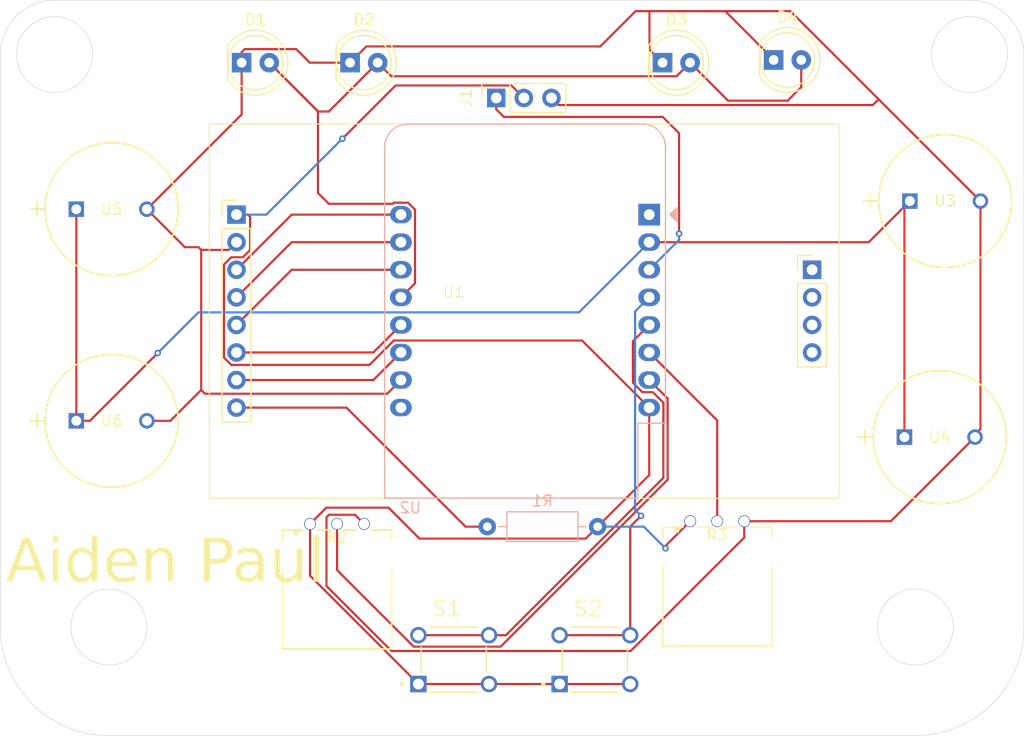
<source format=kicad_pcb>
(kicad_pcb (version 20240108) (generator "pcbnew") (generator_version "8.0")
  (layers (0 "F.Cu" signal) (31 "B.Cu" signal) (34 "B.Paste" user) (35 "F.Paste" user) (36 "B.SilkS" user "B.Silkscreen") (37 "F.SilkS" user "F.Silkscreen") (38 "B.Mask" user) (39 "F.Mask" user) (44 "Edge.Cuts" user))
  (net 0 "")
  (net 1 "Net-(U1-LCD_MOSI)")
  (net 2 "Net-(U1-3V3)")
  (net 5 "GND")
  (net 6 "Net-(U1-LCD_SCK)")
  (net 10 "Net-(U2-MISO{slash}IO2)")
  (net 12 "Net-(U2-IO8)")
  (net 13 "Net-(U2-IO3)")
  (net 14 "Net-(U1-LED)")
  (net 15 "Net-(U1-D{slash}C)")
  (net 16 "Net-(U1-EN)")
  (net 17 "Net-(U1-LCD_CS)")
  (net 18 "Net-(U2-IO1)")
  (net 19 "Net-(U2-IO0)")
  (net 20 "Net-(U2-IO5)")
  (net 21 "Net-(U2-IO4)")
  (footprint "LED_THT:LED_D5.0mm" (layer "F.Cu") (at 87.225 88.25)
    (property "Reference" "D1" (at 1.27 -3.96 0) (layer "F.SilkS"))
    (property "Value" "LED")
    (fp_line (start -1.29 -1.545) (end -1.29 1.545) (stroke (width 0.12)) (layer "F.SilkS"))
    (fp_arc (start -1.29 -1.54483) (mid 2.072002 -2.880433) (end 4.26 0.000462) (stroke (width 0.12)) (layer "F.SilkS"))
    (fp_arc (start 4.26 -0.000462) (mid 2.072002 2.880433) (end -1.29 1.54483) (stroke (width 0.12)) (layer "F.SilkS"))
    (fp_circle (center 1.27 0) (end 3.77 0) (stroke (width 0.12)) (fill none) (layer "F.SilkS"))
    (pad "1" thru_hole rect (at 0 0) (size 1.8 1.8) (drill 0.9) (layers "*.Cu" "*.Mask") (net 5 "GND"))
    (pad "2" thru_hole circle (at 2.54 0) (size 1.8 1.8) (drill 0.9) (layers "*.Cu" "*.Mask") (net 12 "Net-(U2-IO8)"))
  )
  (footprint "Connector_PinSocket_2.54mm:PinSocket_1x03_P2.54mm_Vertical" (layer "F.Cu") (at 110.67 91.5 90)
    (property "Reference" "J1" (at 0 -2.77 90) (layer "F.SilkS"))
    (property "Value" "PINHD_1x3_Female")
    (fp_line (start 1.33 -1.33) (end 1.33 0) (stroke (width 0.12)) (layer "F.SilkS"))
    (fp_line (start 0 -1.33) (end 1.33 -1.33) (stroke (width 0.12)) (layer "F.SilkS"))
    (fp_line (start 1.33 1.27) (end 1.33 6.41) (stroke (width 0.12)) (layer "F.SilkS"))
    (fp_line (start -1.33 1.27) (end 1.33 1.27) (stroke (width 0.12)) (layer "F.SilkS"))
    (fp_line (start -1.33 1.27) (end -1.33 6.41) (stroke (width 0.12)) (layer "F.SilkS"))
    (fp_line (start -1.33 6.41) (end 1.33 6.41) (stroke (width 0.12)) (layer "F.SilkS"))
    (pad "1" thru_hole rect (at 0 0 90) (size 1.7 1.7) (drill 1) (layers "*.Cu" "*.Mask") (net 10 "Net-(U2-MISO{slash}IO2)"))
    (pad "2" thru_hole oval (at 0 2.54 90) (size 1.7 1.7) (drill 1) (layers "*.Cu" "*.Mask") (net 2 "Net-(U1-3V3)"))
    (pad "3" thru_hole oval (at 0 5.08 90) (size 1.7 1.7) (drill 1) (layers "*.Cu" "*.Mask") (net 5 "GND"))
  )
  (footprint "LED_THT:LED_D5.0mm" (layer "F.Cu") (at 97.21 88.25)
    (property "Reference" "D2" (at 1.27 -3.96 0) (layer "F.SilkS"))
    (property "Value" "LED")
    (fp_line (start -1.29 -1.545) (end -1.29 1.545) (stroke (width 0.12)) (layer "F.SilkS"))
    (fp_arc (start -1.29 -1.54483) (mid 2.072002 -2.880433) (end 4.26 0.000462) (stroke (width 0.12)) (layer "F.SilkS"))
    (fp_arc (start 4.26 -0.000462) (mid 2.072002 2.880433) (end -1.29 1.54483) (stroke (width 0.12)) (layer "F.SilkS"))
    (fp_circle (center 1.27 0) (end 3.77 0) (stroke (width 0.12)) (fill none) (layer "F.SilkS"))
    (pad "1" thru_hole rect (at 0 0) (size 1.8 1.8) (drill 0.9) (layers "*.Cu" "*.Mask") (net 5 "GND"))
    (pad "2" thru_hole circle (at 2.54 0) (size 1.8 1.8) (drill 0.9) (layers "*.Cu" "*.Mask") (net 12 "Net-(U2-IO8)"))
  )
  (footprint "asylum-button:SW_TL1105DF160Q" (layer "F.Cu") (at 119.75 143.25)
    (property "Reference" "S2" (at -0.635 -4.699 0) (layer "F.SilkS") (effects (font (size 1.4 1.4))))
    (property "Value" "TL1105DF160Q" (hide yes))
    (fp_line (start -3 -1.1825) (end -3 1.1825) (stroke (width 0.127)) (layer "F.SilkS"))
    (fp_line (start -2.1825 -3) (end 2.1825 -3) (stroke (width 0.127)) (layer "F.SilkS"))
    (fp_line (start -2.1825 3) (end 2.1825 3) (stroke (width 0.127)) (layer "F.SilkS"))
    (fp_line (start 3 -1.1825) (end 3 1.1825) (stroke (width 0.127)) (layer "F.SilkS"))
    (fp_circle (center -4.75 2.25) (end -4.65 2.25) (stroke (width 0.2)) (fill none) (layer "F.SilkS"))
    (pad "1" thru_hole rect (at -3.25 2.25) (size 1.508 1.508) (drill 1) (layers "*.Cu" "*.Mask") (net 2 "Net-(U1-3V3)"))
    (pad "2" thru_hole circle (at 3.25 2.25) (size 1.508 1.508) (drill 1) (layers "*.Cu" "*.Mask") (net 2 "Net-(U1-3V3)"))
    (pad "3" thru_hole circle (at -3.25 -2.25) (size 1.508 1.508) (drill 1) (layers "*.Cu" "*.Mask") (net 18 "Net-(U2-IO1)"))
    (pad "4" thru_hole circle (at 3.25 -2.25) (size 1.508 1.508) (drill 1) (layers "*.Cu" "*.Mask") (net 18 "Net-(U2-IO1)"))
  )
  (footprint "LED_THT:LED_D5.0mm" (layer "F.Cu") (at 136.21 88)
    (property "Reference" "D4" (at 1.27 -3.96 0) (layer "F.SilkS"))
    (property "Value" "LED")
    (fp_line (start -1.29 -1.545) (end -1.29 1.545) (stroke (width 0.12)) (layer "F.SilkS"))
    (fp_arc (start -1.29 -1.54483) (mid 2.072002 -2.880433) (end 4.26 0.000462) (stroke (width 0.12)) (layer "F.SilkS"))
    (fp_arc (start 4.26 -0.000462) (mid 2.072002 2.880433) (end -1.29 1.54483) (stroke (width 0.12)) (layer "F.SilkS"))
    (fp_circle (center 1.27 0) (end 3.77 0) (stroke (width 0.12)) (fill none) (layer "F.SilkS"))
    (pad "1" thru_hole rect (at 0 0) (size 1.8 1.8) (drill 0.9) (layers "*.Cu" "*.Mask") (net 5 "GND"))
    (pad "2" thru_hole circle (at 2.54 0) (size 1.8 1.8) (drill 0.9) (layers "*.Cu" "*.Mask") (net 12 "Net-(U2-IO8)"))
  )
  (footprint "asylum-button:SW_TL1105DF160Q" (layer "F.Cu") (at 106.75 143.25)
    (property "Reference" "S1" (at -0.635 -4.699 0) (layer "F.SilkS") (effects (font (size 1.4 1.4))))
    (property "Value" "TL1105DF160Q" (hide yes))
    (fp_line (start -3 -1.1825) (end -3 1.1825) (stroke (width 0.127)) (layer "F.SilkS"))
    (fp_line (start -2.1825 -3) (end 2.1825 -3) (stroke (width 0.127)) (layer "F.SilkS"))
    (fp_line (start -2.1825 3) (end 2.1825 3) (stroke (width 0.127)) (layer "F.SilkS"))
    (fp_line (start 3 -1.1825) (end 3 1.1825) (stroke (width 0.127)) (layer "F.SilkS"))
    (fp_circle (center -4.75 2.25) (end -4.65 2.25) (stroke (width 0.2)) (fill none) (layer "F.SilkS"))
    (pad "1" thru_hole rect (at -3.25 2.25) (size 1.508 1.508) (drill 1) (layers "*.Cu" "*.Mask") (net 2 "Net-(U1-3V3)"))
    (pad "2" thru_hole circle (at 3.25 2.25) (size 1.508 1.508) (drill 1) (layers "*.Cu" "*.Mask") (net 2 "Net-(U1-3V3)"))
    (pad "3" thru_hole circle (at -3.25 -2.25) (size 1.508 1.508) (drill 1) (layers "*.Cu" "*.Mask") (net 19 "Net-(U2-IO0)"))
    (pad "4" thru_hole circle (at 3.25 -2.25) (size 1.508 1.508) (drill 1) (layers "*.Cu" "*.Mask") (net 19 "Net-(U2-IO0)"))
  )
  (footprint "asylum-pot:POT_PTV09A-2_BRN" (layer "F.Cu") (at 128.5216 130.5)
    (property "Reference" "R3" (at 2.4892 1.2319 0) (layer "F.SilkS"))
    (property "Value" "PTV09A-4225U-B103")
    (fp_line (start -2.5273 0.5588) (end -2.5273 1.45796) (stroke (width 0.1524)) (layer "F.SilkS"))
    (fp_line (start -2.5273 4.20624) (end -2.5273 11.5189) (stroke (width 0.1524)) (layer "F.SilkS"))
    (fp_line (start -2.5273 11.5189) (end 7.5057 11.5189) (stroke (width 0.1524)) (layer "F.SilkS"))
    (fp_line (start -0.678308 0.5588) (end -2.5273 0.5588) (stroke (width 0.1524)) (layer "F.SilkS"))
    (fp_line (start 1.810892 0.5588) (end 0.678308 0.5588) (stroke (width 0.1524)) (layer "F.SilkS"))
    (fp_line (start 4.300092 0.5588) (end 3.167508 0.5588) (stroke (width 0.1524)) (layer "F.SilkS"))
    (fp_line (start 7.5057 0.5588) (end 5.656708 0.5588) (stroke (width 0.1524)) (layer "F.SilkS"))
    (fp_line (start 7.5057 1.45796) (end 7.5057 0.5588) (stroke (width 0.1524)) (layer "F.SilkS"))
    (fp_line (start 7.5057 11.5189) (end 7.5057 4.20624) (stroke (width 0.1524)) (layer "F.SilkS"))
    (fp_text user "*" (at -1.2446 1.1049 0) (layer "F.SilkS"))
    (fp_text user "*" (at -1.2446 1.1049 0) (layer "F.SilkS"))
    (pad "1" thru_hole circle (at 0 0) (size 1.0922 1.0922) (drill 0.9652) (layers "*.Cu" "*.Mask") (net 2 "Net-(U1-3V3)"))
    (pad "2" thru_hole circle (at 2.4892 0) (size 1.0922 1.0922) (drill 0.9652) (layers "*.Cu" "*.Mask") (net 21 "Net-(U2-IO4)"))
    (pad "3" thru_hole circle (at 4.9784 0) (size 1.0922 1.0922) (drill 0.9652) (layers "*.Cu" "*.Mask") (net 5 "GND"))
  )
  (footprint "asylum-buzzer:IC2_CEM-120342_CUD" (layer "F.Cu") (at 148.249999 122.75)
    (property "Reference" "U4" (at 3.250001 0 0) (layer "F.SilkS"))
    (property "Value" "CEM-120342")
    (fp_line (start -4.268399 0) (end -2.998399 0) (stroke (width 0.1524)) (layer "F.SilkS"))
    (fp_line (start -3.633399 -0.635) (end -3.633399 0.635) (stroke (width 0.1524)) (layer "F.SilkS"))
    (fp_circle (center 3.250001 0) (end 9.371401 0) (stroke (width 0.1524)) (fill none) (layer "F.SilkS"))
    (pad "1" thru_hole rect (at 0 0) (size 1.4224 1.4224) (drill 0.9144) (layers "*.Cu" "*.Mask") (net 13 "Net-(U2-IO3)"))
    (pad "2" thru_hole circle (at 6.500001 0) (size 1.4224 1.4224) (drill 0.9144) (layers "*.Cu" "*.Mask") (net 5 "GND"))
  )
  (footprint "asylum-pot:POT_PTV09A-2_BRN" (layer "F.Cu") (at 93.5216 130.75)
    (property "Reference" "R2" (at 2.4892 1.2319 0) (layer "F.SilkS"))
    (property "Value" "PTV09A-4225U-B103")
    (fp_line (start -2.5273 0.5588) (end -2.5273 1.45796) (stroke (width 0.1524)) (layer "F.SilkS"))
    (fp_line (start -2.5273 4.20624) (end -2.5273 11.5189) (stroke (width 0.1524)) (layer "F.SilkS"))
    (fp_line (start -2.5273 11.5189) (end 7.5057 11.5189) (stroke (width 0.1524)) (layer "F.SilkS"))
    (fp_line (start -0.678308 0.5588) (end -2.5273 0.5588) (stroke (width 0.1524)) (layer "F.SilkS"))
    (fp_line (start 1.810892 0.5588) (end 0.678308 0.5588) (stroke (width 0.1524)) (layer "F.SilkS"))
    (fp_line (start 4.300092 0.5588) (end 3.167508 0.5588) (stroke (width 0.1524)) (layer "F.SilkS"))
    (fp_line (start 7.5057 0.5588) (end 5.656708 0.5588) (stroke (width 0.1524)) (layer "F.SilkS"))
    (fp_line (start 7.5057 1.45796) (end 7.5057 0.5588) (stroke (width 0.1524)) (layer "F.SilkS"))
    (fp_line (start 7.5057 11.5189) (end 7.5057 4.20624) (stroke (width 0.1524)) (layer "F.SilkS"))
    (fp_text user "*" (at -1.2446 1.1049 0) (layer "F.SilkS"))
    (fp_text user "*" (at -1.2446 1.1049 0) (layer "F.SilkS"))
    (pad "1" thru_hole circle (at 0 0) (size 1.0922 1.0922) (drill 0.9652) (layers "*.Cu" "*.Mask") (net 2 "Net-(U1-3V3)"))
    (pad "2" thru_hole circle (at 2.4892 0) (size 1.0922 1.0922) (drill 0.9652) (layers "*.Cu" "*.Mask") (net 20 "Net-(U2-IO5)"))
    (pad "3" thru_hole circle (at 4.9784 0) (size 1.0922 1.0922) (drill 0.9652) (layers "*.Cu" "*.Mask") (net 5 "GND"))
  )
  (footprint "asylum-weather:TFT_ST7735_SD" (layer "F.Cu") (at 106.75 110.89)
    (property "Reference" "U1" (at 0 -1.5 0) (layer "F.SilkS") (effects (font (thickness 0.1))))
    (property "Value" "TFT_ST7735_SD")
    (fp_line (start -21.33 -9.97) (end -20 -9.97) (stroke (width 0.12)) (layer "F.SilkS"))
    (fp_line (start -21.33 -8.64) (end -21.33 -9.97) (stroke (width 0.12)) (layer "F.SilkS"))
    (fp_line (start -21.33 -7.37) (end -21.33 10.47) (stroke (width 0.12)) (layer "F.SilkS"))
    (fp_line (start -21.33 -7.37) (end -18.67 -7.37) (stroke (width 0.12)) (layer "F.SilkS"))
    (fp_line (start -21.33 10.47) (end -18.67 10.47) (stroke (width 0.12)) (layer "F.SilkS"))
    (fp_line (start -18.67 -7.37) (end -18.67 10.47) (stroke (width 0.12)) (layer "F.SilkS"))
    (fp_line (start 31.67 -4.89) (end 33 -4.89) (stroke (width 0.12)) (layer "F.SilkS"))
    (fp_line (start 31.67 -3.56) (end 31.67 -4.89) (stroke (width 0.12)) (layer "F.SilkS"))
    (fp_line (start 31.67 -2.29) (end 31.67 5.39) (stroke (width 0.12)) (layer "F.SilkS"))
    (fp_line (start 31.67 -2.29) (end 34.33 -2.29) (stroke (width 0.12)) (layer "F.SilkS"))
    (fp_line (start 31.67 5.39) (end 34.33 5.39) (stroke (width 0.12)) (layer "F.SilkS"))
    (fp_line (start 34.33 -2.29) (end 34.33 5.39) (stroke (width 0.12)) (layer "F.SilkS"))
    (fp_rect (start -22.5 -17) (end 35.5 17.5) (stroke (width 0.1)) (fill none) (layer "F.SilkS"))
    (pad "" np_thru_hole circle (at -19.5 -14) (size 3.2 3.2) (drill 3.2) (layers "*.Cu" "*.Mask"))
    (pad "" np_thru_hole circle (at -19.5 14.5) (size 3.2 3.2) (drill 3.2) (layers "*.Cu" "*.Mask"))
    (pad "" np_thru_hole circle (at 32.5 -14) (size 3.2 3.2) (drill 3.2) (layers "*.Cu" "*.Mask"))
    (pad "" np_thru_hole circle (at 32.5 14.5) (size 3.2 3.2) (drill 3.2) (layers "*.Cu" "*.Mask"))
    (pad "1" thru_hole rect (at -20 -8.64) (size 1.7 1.7) (drill 1) (layers "*.Cu" "*.Mask") (net 2 "Net-(U1-3V3)"))
    (pad "2" thru_hole oval (at -20 -6.1) (size 1.7 1.7) (drill 1) (layers "*.Cu" "*.Mask") (net 5 "GND"))
    (pad "3" thru_hole oval (at -20 -3.56) (size 1.7 1.7) (drill 1) (layers "*.Cu" "*.Mask") (net 17 "Net-(U1-LCD_CS)"))
    (pad "4" thru_hole oval (at -20 -1.02) (size 1.7 1.7) (drill 1) (layers "*.Cu" "*.Mask") (net 16 "Net-(U1-EN)"))
    (pad "5" thru_hole oval (at -20 1.52) (size 1.7 1.7) (drill 1) (layers "*.Cu" "*.Mask") (net 15 "Net-(U1-D{slash}C)"))
    (pad "6" thru_hole oval (at -20 4.06) (size 1.7 1.7) (drill 1) (layers "*.Cu" "*.Mask") (net 1 "Net-(U1-LCD_MOSI)"))
    (pad "7" thru_hole oval (at -20 6.6) (size 1.7 1.7) (drill 1) (layers "*.Cu" "*.Mask") (net 6 "Net-(U1-LCD_SCK)"))
    (pad "8" thru_hole oval (at -20 9.14) (size 1.7 1.7) (drill 1) (layers "*.Cu" "*.Mask") (net 14 "Net-(U1-LED)"))
    (pad "9" thru_hole rect (at 33 -3.56) (size 1.7 1.7) (drill 1) (layers "*.Cu" "*.Mask"))
    (pad "10" thru_hole oval (at 33 -1.02) (size 1.7 1.7) (drill 1) (layers "*.Cu" "*.Mask"))
    (pad "11" thru_hole oval (at 33 1.52) (size 1.7 1.7) (drill 1) (layers "*.Cu" "*.Mask"))
    (pad "12" thru_hole oval (at 33 4.06) (size 1.7 1.7) (drill 1) (layers "*.Cu" "*.Mask"))
  )
  (footprint "asylum-buzzer:IC2_CEM-120342_CUD" (layer "F.Cu") (at 72 101.75)
    (property "Reference" "U5" (at 3.250001 0 0) (layer "F.SilkS"))
    (property "Value" "CEM-120342")
    (fp_line (start -4.268399 0) (end -2.998399 0) (stroke (width 0.1524)) (layer "F.SilkS"))
    (fp_line (start -3.633399 -0.635) (end -3.633399 0.635) (stroke (width 0.1524)) (layer "F.SilkS"))
    (fp_circle (center 3.250001 0) (end 9.371401 0) (stroke (width 0.1524)) (fill none) (layer "F.SilkS"))
    (pad "1" thru_hole rect (at 0 0) (size 1.4224 1.4224) (drill 0.9144) (layers "*.Cu" "*.Mask") (net 13 "Net-(U2-IO3)"))
    (pad "2" thru_hole circle (at 6.500001 0) (size 1.4224 1.4224) (drill 0.9144) (layers "*.Cu" "*.Mask") (net 5 "GND"))
  )
  (footprint "LED_THT:LED_D5.0mm" (layer "F.Cu") (at 125.975 88.25)
    (property "Reference" "D3" (at 1.27 -3.96 0) (layer "F.SilkS"))
    (property "Value" "LED")
    (fp_line (start -1.29 -1.545) (end -1.29 1.545) (stroke (width 0.12)) (layer "F.SilkS"))
    (fp_arc (start -1.29 -1.54483) (mid 2.072002 -2.880433) (end 4.26 0.000462) (stroke (width 0.12)) (layer "F.SilkS"))
    (fp_arc (start 4.26 -0.000462) (mid 2.072002 2.880433) (end -1.29 1.54483) (stroke (width 0.12)) (layer "F.SilkS"))
    (fp_circle (center 1.27 0) (end 3.77 0) (stroke (width 0.12)) (fill none) (layer "F.SilkS"))
    (pad "1" thru_hole rect (at 0 0) (size 1.8 1.8) (drill 0.9) (layers "*.Cu" "*.Mask") (net 5 "GND"))
    (pad "2" thru_hole circle (at 2.54 0) (size 1.8 1.8) (drill 0.9) (layers "*.Cu" "*.Mask") (net 12 "Net-(U2-IO8)"))
  )
  (footprint "asylum-buzzer:IC2_CEM-120342_CUD" (layer "F.Cu") (at 148.749999 101)
    (property "Reference" "U3" (at 3.250001 0 0) (layer "F.SilkS"))
    (property "Value" "CEM-120342")
    (fp_line (start -4.268399 0) (end -2.998399 0) (stroke (width 0.1524)) (layer "F.SilkS"))
    (fp_line (start -3.633399 -0.635) (end -3.633399 0.635) (stroke (width 0.1524)) (layer "F.SilkS"))
    (fp_circle (center 3.250001 0) (end 9.371401 0) (stroke (width 0.1524)) (fill none) (layer "F.SilkS"))
    (pad "1" thru_hole rect (at 0 0) (size 1.4224 1.4224) (drill 0.9144) (layers "*.Cu" "*.Mask") (net 13 "Net-(U2-IO3)"))
    (pad "2" thru_hole circle (at 6.500001 0) (size 1.4224 1.4224) (drill 0.9144) (layers "*.Cu" "*.Mask") (net 5 "GND"))
  )
  (footprint "asylum-buzzer:IC2_CEM-120342_CUD" (layer "F.Cu") (at 71.999999 121.25)
    (property "Reference" "U6" (at 3.250001 0 0) (layer "F.SilkS"))
    (property "Value" "CEM-120342")
    (fp_line (start -4.268399 0) (end -2.998399 0) (stroke (width 0.1524)) (layer "F.SilkS"))
    (fp_line (start -3.633399 -0.635) (end -3.633399 0.635) (stroke (width 0.1524)) (layer "F.SilkS"))
    (fp_circle (center 3.250001 0) (end 9.371401 0) (stroke (width 0.1524)) (fill none) (layer "F.SilkS"))
    (pad "1" thru_hole rect (at 0 0) (size 1.4224 1.4224) (drill 0.9144) (layers "*.Cu" "*.Mask") (net 13 "Net-(U2-IO3)"))
    (pad "2" thru_hole circle (at 6.500001 0) (size 1.4224 1.4224) (drill 0.9144) (layers "*.Cu" "*.Mask") (net 5 "GND"))
  )
  (footprint "Resistor_THT:R_Axial_DIN0207_L6.3mm_D2.5mm_P10.16mm_Horizontal" (layer "B.Cu") (at 120 131 180)
    (property "Reference" "R1" (at 5.08 2.37 0) (layer "B.SilkS") (effects (justify mirror)))
    (property "Value" "Resistor")
    (fp_line (start 8.35 1.37) (end 8.35 -1.37) (stroke (width 0.12)) (layer "B.SilkS"))
    (fp_line (start 8.35 0) (end 9.12 0) (stroke (width 0.12)) (layer "B.SilkS"))
    (fp_line (start 8.35 -1.37) (end 1.81 -1.37) (stroke (width 0.12)) (layer "B.SilkS"))
    (fp_line (start 1.81 1.37) (end 8.35 1.37) (stroke (width 0.12)) (layer "B.SilkS"))
    (fp_line (start 1.81 0) (end 1.04 0) (stroke (width 0.12)) (layer "B.SilkS"))
    (fp_line (start 1.81 -1.37) (end 1.81 1.37) (stroke (width 0.12)) (layer "B.SilkS"))
    (pad "1" thru_hole circle (at 0 0 180) (size 1.6 1.6) (drill 0.8) (layers "*.Cu" "*.Mask") (net 2 "Net-(U1-3V3)"))
    (pad "2" thru_hole oval (at 10.16 0 180) (size 1.6 1.6) (drill 0.8) (layers "*.Cu" "*.Mask") (net 14 "Net-(U1-LED)"))
  )
  (footprint "Module:WEMOS_D1_mini_light" (layer "B.Cu") (at 124.75 102.25 180)
    (property "Reference" "U2" (at 22 -27 0) (layer "B.SilkS") (effects (justify mirror)))
    (property "Value" "WEMOS_C3_Mini")
    (fp_line (start 24.36 6.21) (end 24.36 -26.12) (stroke (width 0.12)) (layer "B.SilkS"))
    (fp_line (start 24.36 -26.12) (end 1.04 -26.12) (stroke (width 0.12)) (layer "B.SilkS"))
    (fp_line (start 1.04 -19.22) (end -1.5 -19.22) (stroke (width 0.12)) (layer "B.SilkS"))
    (fp_line (start 1.04 -26.12) (end 1.04 -19.22) (stroke (width 0.12)) (layer "B.SilkS"))
    (fp_line (start 0.63 8.34) (end 22.24 8.34) (stroke (width 0.12)) (layer "B.SilkS"))
    (fp_line (start -1.5 6.21) (end -1.5 -19.22) (stroke (width 0.12)) (layer "B.SilkS"))
    (fp_arc (start 24.36 6.21) (mid 23.736137 7.716137) (end 22.23 8.34) (stroke (width 0.12)) (layer "B.SilkS"))
    (fp_arc (start 0.63 8.34) (mid -0.876137 7.716137) (end -1.5 6.21) (stroke (width 0.12)) (layer "B.SilkS"))
    (fp_poly (pts (xy -2.54 0.635) (xy -2.54 -0.635) (xy -1.905 0)) (stroke (width 0.15)) (fill solid) (layer "B.SilkS"))
    (pad "1" thru_hole rect (at 0 0 180) (size 2 2) (drill 1) (layers "*.Cu" "*.Mask"))
    (pad "2" thru_hole oval (at 0 -2.54 180) (size 2 1.6) (drill 1) (layers "*.Cu" "*.Mask") (net 13 "Net-(U2-IO3)"))
    (pad "3" thru_hole oval (at 0 -5.08 180) (size 2 1.6) (drill 1) (layers "*.Cu" "*.Mask") (net 10 "Net-(U2-MISO{slash}IO2)"))
    (pad "4" thru_hole oval (at 0 -7.62 180) (size 2 1.6) (drill 1) (layers "*.Cu" "*.Mask") (net 18 "Net-(U2-IO1)"))
    (pad "5" thru_hole oval (at 0 -10.16 180) (size 2 1.6) (drill 1) (layers "*.Cu" "*.Mask") (net 19 "Net-(U2-IO0)"))
    (pad "6" thru_hole oval (at 0 -12.7 180) (size 2 1.6) (drill 1) (layers "*.Cu" "*.Mask") (net 21 "Net-(U2-IO4)"))
    (pad "7" thru_hole oval (at 0 -15.24 180) (size 2 1.6) (drill 1) (layers "*.Cu" "*.Mask") (net 20 "Net-(U2-IO5)"))
    (pad "8" thru_hole oval (at 0 -17.78 180) (size 2 1.6) (drill 1) (layers "*.Cu" "*.Mask") (net 2 "Net-(U1-3V3)"))
    (pad "9" thru_hole oval (at 22.86 -17.78 180) (size 2 1.6) (drill 1) (layers "*.Cu" "*.Mask"))
    (pad "10" thru_hole oval (at 22.86 -15.24 180) (size 2 1.6) (drill 1) (layers "*.Cu" "*.Mask") (net 5 "GND"))
    (pad "11" thru_hole oval (at 22.86 -12.7 180) (size 2 1.6) (drill 1) (layers "*.Cu" "*.Mask") (net 6 "Net-(U1-LCD_SCK)"))
    (pad "12" thru_hole oval (at 22.86 -10.16 180) (size 2 1.6) (drill 1) (layers "*.Cu" "*.Mask") (net 1 "Net-(U1-LCD_MOSI)"))
    (pad "13" thru_hole oval (at 22.86 -7.62 180) (size 2 1.6) (drill 1) (layers "*.Cu" "*.Mask") (net 12 "Net-(U2-IO8)"))
    (pad "14" thru_hole oval (at 22.86 -5.08 180) (size 2 1.6) (drill 1) (layers "*.Cu" "*.Mask") (net 15 "Net-(U1-D{slash}C)"))
    (pad "15" thru_hole oval (at 22.86 -2.54 180) (size 2 1.6) (drill 1) (layers "*.Cu" "*.Mask") (net 16 "Net-(U1-EN)"))
    (pad "16" thru_hole oval (at 22.86 0 180) (size 2 1.6) (drill 1) (layers "*.Cu" "*.Mask") (net 17 "Net-(U1-LCD_CS)"))
  )
  (gr_circle (center 154.25 87.5) (end 154.25 91) (stroke (width 0.05)) (fill none) (layer "Edge.Cuts"))
  (gr_arc (start 75 150.25) (mid 67.928932 147.321068) (end 65 140.25) (stroke (width 0.05)) (layer "Edge.Cuts"))
  (gr_circle (center 75 140.25) (end 75 143.75) (stroke (width 0.05)) (fill none) (layer "Edge.Cuts"))
  (gr_circle (center 149.25 140.25) (end 149.25 143.75) (stroke (width 0.05)) (fill none) (layer "Edge.Cuts"))
  (gr_arc (start 154.25 82.5) (mid 157.785534 83.964466) (end 159.25 87.5) (stroke (width 0.05)) (layer "Edge.Cuts"))
  (gr_line (start 65 140.25) (end 65 87.5) (stroke (width 0.05)) (layer "Edge.Cuts"))
  (gr_circle (center 70 87.5) (end 70 91) (stroke (width 0.05)) (fill none) (layer "Edge.Cuts"))
  (gr_arc (start 159.25 140.25) (mid 156.321068 147.321068) (end 149.25 150.25) (stroke (width 0.05)) (layer "Edge.Cuts"))
  (gr_line (start 70 82.5) (end 154.25 82.5) (stroke (width 0.05)) (layer "Edge.Cuts"))
  (gr_line (start 159.25 87.5) (end 159.25 140.25) (stroke (width 0.05)) (layer "Edge.Cuts"))
  (gr_line (start 149.25 150.25) (end 75 150.25) (stroke (width 0.05)) (layer "Edge.Cuts"))
  (gr_arc (start 65 87.5) (mid 66.464466 83.964466) (end 70 82.5) (stroke (width 0.05)) (layer "Edge.Cuts"))
  (gr_text "Aiden Paul" (at 65.5 136.75 0) (layer "F.SilkS") (effects (font (size 4 4) (thickness 0.1)) (justify left bottom)))
  (segment (start 99.35 114.95) (end 101.89 112.41) (width 0.2) (layer "F.Cu") (net 1))
  (segment (start 86.75 114.95) (end 99.35 114.95) (width 0.2) (layer "F.Cu") (net 1))
  (segment (start 87.334314 106.18) (end 86.273654 106.18) (width 0.2) (layer "F.Cu") (net 2))
  (segment (start 120 131) (end 124.75 126.25) (width 0.2) (layer "F.Cu") (net 2))
  (segment (start 88 105.514314) (end 87.334314 106.18) (width 0.2) (layer "F.Cu") (net 2))
  (segment (start 118.57 113.85) (end 124.75 120.03) (width 0.2) (layer "F.Cu") (net 2))
  (segment (start 86.75 102.25) (end 87.8 102.25) (width 0.2) (layer "F.Cu") (net 2))
  (segment (start 124.75 126.25) (end 124.75 120.03) (width 0.2) (layer "F.Cu") (net 2))
  (segment (start 103.5 145.5) (end 110 145.5) (width 0.2) (layer "F.Cu") (net 2))
  (segment (start 103.6 132.1) (end 100.75 129.25) (width 0.2) (layer "F.Cu") (net 2))
  (segment (start 110 145.5) (end 116.5 145.5) (width 0.2) (layer "F.Cu") (net 2))
  (segment (start 120 131) (end 118.9 132.1) (width 0.2) (layer "F.Cu") (net 2))
  (segment (start 116.5 145.5) (end 123 145.5) (width 0.2) (layer "F.Cu") (net 2))
  (segment (start 112.06 90.35) (end 101.4 90.35) (width 0.2) (layer "F.Cu") (net 2))
  (segment (start 85.6 106.853654) (end 85.6 115.426346) (width 0.2) (layer "F.Cu") (net 2))
  (segment (start 85.6 115.426346) (end 86.273654 116.1) (width 0.2) (layer "F.Cu") (net 2))
  (segment (start 101.234365 113.85) (end 118.57 113.85) (width 0.2) (layer "F.Cu") (net 2))
  (segment (start 98.984365 116.1) (end 101.234365 113.85) (width 0.2) (layer "F.Cu") (net 2))
  (segment (start 100.75 129.25) (end 95.0216 129.25) (width 0.2) (layer "F.Cu") (net 2))
  (segment (start 118.9 132.1) (end 103.6 132.1) (width 0.2) (layer "F.Cu") (net 2))
  (segment (start 86.273654 106.18) (end 85.6 106.853654) (width 0.2) (layer "F.Cu") (net 2))
  (segment (start 93.5216 135.5216) (end 103.5 145.5) (width 0.2) (layer "F.Cu") (net 2))
  (segment (start 87.8 102.25) (end 88 102.45) (width 0.2) (layer "F.Cu") (net 2))
  (segment (start 128.5216 130.5) (end 126.25 132.7716) (width 0.2) (layer "F.Cu") (net 2))
  (segment (start 93.5216 130.75) (end 93.5216 135.5216) (width 0.2) (layer "F.Cu") (net 2))
  (segment (start 86.273654 116.1) (end 98.984365 116.1) (width 0.2) (layer "F.Cu") (net 2))
  (segment (start 88 102.45) (end 88 105.514314) (width 0.2) (layer "F.Cu") (net 2))
  (segment (start 126.25 132.7716) (end 126.25 133) (width 0.2) (layer "F.Cu") (net 2))
  (segment (start 113.21 91.5) (end 112.06 90.35) (width 0.2) (layer "F.Cu") (net 2))
  (segment (start 95.0216 129.25) (end 93.5216 130.75) (width 0.2) (layer "F.Cu") (net 2))
  (segment (start 101.4 90.35) (end 96.5 95.25) (width 0.2) (layer "F.Cu") (net 2))
  (via (at 96.5 95.25) (size 0.6) (drill 0.3) (layers "F.Cu" "B.Cu") (net 2))
  (via (at 126.25 133) (size 0.6) (drill 0.3) (layers "F.Cu" "B.Cu") (net 2))
  (segment (start 96.5 95.25) (end 89.5 102.25) (width 0.2) (layer "B.Cu") (net 2))
  (segment (start 124.25 131) (end 120 131) (width 0.2) (layer "B.Cu") (net 2))
  (segment (start 89.5 102.25) (end 86.75 102.25) (width 0.2) (layer "B.Cu") (net 2))
  (segment (start 126.25 133) (end 124.25 131) (width 0.2) (layer "B.Cu") (net 2))
  (segment (start 78.5 121.25) (end 80.656346 121.25) (width 0.2) (layer "F.Cu") (net 5))
  (segment (start 124.775 83.5) (end 123.5 83.5) (width 0.2) (layer "F.Cu") (net 5))
  (segment (start 115.75 91.5) (end 116.4 92.15) (width 0.2) (layer "F.Cu") (net 5))
  (segment (start 124.775 87.05) (end 124.775 83.5) (width 0.2) (layer "F.Cu") (net 5))
  (segment (start 83.25 105.25) (end 83.5 105.5) (width 0.2) (layer "F.Cu") (net 5))
  (segment (start 86.04 105.5) (end 83.5 105.5) (width 0.2) (layer "F.Cu") (net 5))
  (segment (start 87.225 93.025001) (end 87.225 88.25) (width 0.2) (layer "F.Cu") (net 5))
  (segment (start 80.656346 121.25) (end 83.5 118.406346) (width 0.2) (layer "F.Cu") (net 5))
  (segment (start 116.4 92.15) (end 145.35 92.15) (width 0.2) (layer "F.Cu") (net 5))
  (segment (start 136.21 88) (end 136.21 87.96) (width 0.2) (layer "F.Cu") (net 5))
  (segment (start 147 130.5) (end 133.5 130.5) (width 0.2) (layer "F.Cu") (net 5))
  (segment (start 100.63 118.75) (end 101.89 117.49) (width 0.2) (layer "F.Cu") (net 5))
  (segment (start 86.75 104.79) (end 86.04 105.5) (width 0.2) (layer "F.Cu") (net 5))
  (segment (start 145.875 91.625) (end 137.75 83.5) (width 0.2) (layer "F.Cu") (net 5))
  (segment (start 87.225 87.275) (end 87.5 87) (width 0.2) (layer "F.Cu") (net 5))
  (segment (start 131.75 83.5) (end 130.25 83.5) (width 0.2) (layer "F.Cu") (net 5))
  (segment (start 83.5 118.406346) (end 83.843654 118.75) (width 0.2) (layer "F.Cu") (net 5))
  (segment (start 87.5 87) (end 92.25 87) (width 0.2) (layer "F.Cu") (net 5))
  (segment (start 125.975 88.25) (end 124.775 87.05) (width 0.2) (layer "F.Cu") (net 5))
  (segment (start 155.25 122) (end 155.25 101) (width 0.2) (layer "F.Cu") (net 5))
  (segment (start 98.5 130.75) (end 97.6539 129.9039) (width 0.2) (layer "F.Cu") (net 5))
  (segment (start 145.35 92.15) (end 145.875 91.625) (width 0.2) (layer "F.Cu") (net 5))
  (segment (start 95.032843 130.1358) (end 95.032843 136.467157) (width 0.2) (layer "F.Cu") (net 5))
  (segment (start 83.5 105.5) (end 83.5 118.406346) (width 0.2) (layer "F.Cu") (net 5))
  (segment (start 123.5 83.5) (end 120.25 86.75) (width 0.2) (layer "F.Cu") (net 5))
  (segment (start 78.500001 101.75) (end 87.225 93.025001) (width 0.2) (layer "F.Cu") (net 5))
  (segment (start 154.75 122.5) (end 155.25 122) (width 0.2) (layer "F.Cu") (net 5))
  (segment (start 123.046 142.454) (end 133.5 132) (width 0.2) (layer "F.Cu") (net 5))
  (segment (start 136.21 87.96) (end 131.75 83.5) (width 0.2) (layer "F.Cu") (net 5))
  (segment (start 133.5 132) (end 133.5 130.5) (width 0.2) (layer "F.Cu") (net 5))
  (segment (start 97.6539 129.9039) (end 95.264743 129.9039) (width 0.2) (layer "F.Cu") (net 5))
  (segment (start 101.019686 142.454) (end 123.046 142.454) (width 0.2) (layer "F.Cu") (net 5))
  (segment (start 137.75 83.5) (end 130.25 83.5) (width 0.2) (layer "F.Cu") (net 5))
  (segment (start 154.75 122.75) (end 154.75 122.5) (width 0.2) (layer "F.Cu") (net 5))
  (segment (start 82.000001 105.25) (end 83.25 105.25) (width 0.2) (layer "F.Cu") (net 5))
  (segment (start 93.5 88.25) (end 97.21 88.25) (width 0.2) (layer "F.Cu") (net 5))
  (segment (start 130.25 83.5) (end 124.775 83.5) (width 0.2) (layer "F.Cu") (net 5))
  (segment (start 95.264743 129.9039) (end 95.032843 130.1358) (width 0.2) (layer "F.Cu") (net 5))
  (segment (start 98.71 86.75) (end 97.21 88.25) (width 0.2) (layer "F.Cu") (net 5))
  (segment (start 120.25 86.75) (end 98.71 86.75) (width 0.2) (layer "F.Cu") (net 5))
  (segment (start 95.032843 136.467157) (end 101.019686 142.454) (width 0.2) (layer "F.Cu") (net 5))
  (segment (start 83.843654 118.75) (end 100.63 118.75) (width 0.2) (layer "F.Cu") (net 5))
  (segment (start 87.225 88.25) (end 87.225 87.275) (width 0.2) (layer "F.Cu") (net 5))
  (segment (start 154.75 122.75) (end 147 130.5) (width 0.2) (layer "F.Cu") (net 5))
  (segment (start 92.25 87) (end 93.5 88.25) (width 0.2) (layer "F.Cu") (net 5))
  (segment (start 155.25 101) (end 145.875 91.625) (width 0.2) (layer "F.Cu") (net 5))
  (segment (start 78.500001 101.75) (end 82.000001 105.25) (width 0.2) (layer "F.Cu") (net 5))
  (segment (start 86.75 117.49) (end 99.35 117.49) (width 0.2) (layer "F.Cu") (net 6))
  (segment (start 99.35 117.49) (end 101.89 114.95) (width 0.2) (layer "F.Cu") (net 6))
  (segment (start 111.37 93.25) (end 124.75 93.25) (width 0.2) (layer "F.Cu") (net 10))
  (segment (start 126 93.25) (end 127.5 94.75) (width 0.2) (layer "F.Cu") (net 10))
  (segment (start 110.67 92.55) (end 111.37 93.25) (width 0.2) (layer "F.Cu") (net 10))
  (segment (start 124.75 93.25) (end 126 93.25) (width 0.2) (layer "F.Cu") (net 10))
  (segment (start 127.5 94.75) (end 127.5 104) (width 0.2) (layer "F.Cu") (net 10))
  (segment (start 110.67 91.5) (end 110.67 92.55) (width 0.2) (layer "F.Cu") (net 10))
  (via (at 127.5 104) (size 0.6) (drill 0.3) (layers "F.Cu" "B.Cu") (net 10))
  (segment (start 127.5 104) (end 127.5 104.58) (width 0.2) (layer "B.Cu") (net 10))
  (segment (start 127.5 104.58) (end 124.75 107.33) (width 0.2) (layer "B.Cu") (net 10))
  (segment (start 127.265 89.5) (end 128.515 88.25) (width 0.2) (layer "F.Cu") (net 12))
  (segment (start 99.75 88.25) (end 95.25 92.75) (width 0.2) (layer "F.Cu") (net 12))
  (segment (start 102.545635 101.15) (end 103.19 101.794365) (width 0.2) (layer "F.Cu") (net 12))
  (segment (start 101.134365 101.25) (end 101.234365 101.15) (width 0.2) (layer "F.Cu") (net 12))
  (segment (start 132 91.75) (end 132 91.735) (width 0.2) (layer "F.Cu") (net 12))
  (segment (start 89.765 88.25) (end 94.25 92.735) (width 0.2) (layer "F.Cu") (net 12))
  (segment (start 103.19 108.57) (end 101.89 109.87) (width 0.2) (layer "F.Cu") (net 12))
  (segment (start 138.75 90.5) (end 137.5 91.75) (width 0.2) (layer "F.Cu") (net 12))
  (segment (start 101 89.5) (end 127.265 89.5) (width 0.2) (layer "F.Cu") (net 12))
  (segment (start 138.75 88) (end 138.75 90.5) (width 0.2) (layer "F.Cu") (net 12))
  (segment (start 94.265 92.75) (end 89.765 88.25) (width 0.2) (layer "F.Cu") (net 12))
  (segment (start 101.234365 101.15) (end 102.545635 101.15) (width 0.2) (layer "F.Cu") (net 12))
  (segment (start 132 91.735) (end 128.515 88.25) (width 0.2) (layer "F.Cu") (net 12))
  (segment (start 94.25 100.25) (end 95.25 101.25) (width 0.2) (layer "F.Cu") (net 12))
  (segment (start 94.25 92.735) (end 94.25 100.25) (width 0.2) (layer "F.Cu") (net 12))
  (segment (start 99.75 88.25) (end 101 89.5) (width 0.2) (layer "F.Cu") (net 12))
  (segment (start 95.25 101.25) (end 101.134365 101.25) (width 0.2) (layer "F.Cu") (net 12))
  (segment (start 103.19 101.794365) (end 103.19 108.57) (width 0.2) (layer "F.Cu") (net 12))
  (segment (start 137.5 91.75) (end 132 91.75) (width 0.2) (layer "F.Cu") (net 12))
  (segment (start 95.25 92.75) (end 94.265 92.75) (width 0.2) (layer "F.Cu") (net 12))
  (segment (start 71.999999 121.25) (end 73.25 121.25) (width 0.2) (layer "F.Cu") (net 13))
  (segment (start 148.749999 101) (end 144.959999 104.79) (width 0.2) (layer "F.Cu") (net 13))
  (segment (start 71.999999 101.750001) (end 72 101.75) (width 0.2) (layer "F.Cu") (net 13))
  (segment (start 71.999999 121.25) (end 71.999999 101.750001) (width 0.2) (layer "F.Cu") (net 13))
  (segment (start 148.249999 122.75) (end 148.249999 101.5) (width 0.2) (layer "F.Cu") (net 13))
  (segment (start 144.959999 104.79) (end 124.75 104.79) (width 0.2) (layer "F.Cu") (net 13))
  (segment (start 73.25 121.25) (end 79.5 115) (width 0.2) (layer "F.Cu") (net 13))
  (segment (start 148.249999 101.5) (end 148.749999 101) (width 0.2) (layer "F.Cu") (net 13))
  (via (at 79.5 115) (size 0.6) (drill 0.3) (layers "F.Cu" "B.Cu") (net 13))
  (segment (start 79.5 115) (end 83.24 111.26) (width 0.2) (layer "B.Cu") (net 13))
  (segment (start 118.28 111.26) (end 124.75 104.79) (width 0.2) (layer "B.Cu") (net 13))
  (segment (start 83.24 111.26) (end 118.28 111.26) (width 0.2) (layer "B.Cu") (net 13))
  (segment (start 109.84 131) (end 107.84 131) (width 0.2) (layer "F.Cu") (net 14))
  (segment (start 96.87 120.03) (end 86.75 120.03) (width 0.2) (layer "F.Cu") (net 14))
  (segment (start 107.84 131) (end 96.87 120.03) (width 0.2) (layer "F.Cu") (net 14))
  (segment (start 91.83 107.33) (end 101.89 107.33) (width 0.2) (layer "F.Cu") (net 15))
  (segment (start 86.75 112.41) (end 91.83 107.33) (width 0.2) (layer "F.Cu") (net 15))
  (segment (start 91.83 104.79) (end 101.89 104.79) (width 0.2) (layer "F.Cu") (net 16))
  (segment (start 86.75 109.87) (end 91.83 104.79) (width 0.2) (layer "F.Cu") (net 16))
  (segment (start 91.83 102.25) (end 101.89 102.25) (width 0.2) (layer "F.Cu") (net 17))
  (segment (start 86.75 107.33) (end 91.83 102.25) (width 0.2) (layer "F.Cu") (net 17))
  (segment (start 123 141) (end 123 131) (width 0.2) (layer "F.Cu") (net 18))
  (segment (start 116.5 141) (end 123 141) (width 0.2) (layer "F.Cu") (net 18))
  (segment (start 123 131) (end 124 130) (width 0.2) (layer "F.Cu") (net 18))
  (via (at 124 130) (size 0.6) (drill 0.3) (layers "F.Cu" "B.Cu") (net 18))
  (segment (start 124 130) (end 123.45 129.45) (width 0.2) (layer "B.Cu") (net 18))
  (segment (start 123.45 111.17) (end 124.75 109.87) (width 0.2) (layer "B.Cu") (net 18))
  (segment (start 123.45 129.45) (end 123.45 111.17) (width 0.2) (layer "B.Cu") (net 18))
  (segment (start 123.25 117.745635) (end 123.25 113.91) (width 0.2) (layer "F.Cu") (net 19))
  (segment (start 123.25 113.91) (end 124.75 112.41) (width 0.2) (layer "F.Cu") (net 19))
  (segment (start 126.05 126.505635) (end 126.05 119.574365) (width 0.2) (layer "F.Cu") (net 19))
  (segment (start 110 141) (end 103.5 141) (width 0.2) (layer "F.Cu") (net 19))
  (segment (start 126.05 119.574365) (end 125.082792 118.607157) (width 0.2) (layer "F.Cu") (net 19))
  (segment (start 110 141) (end 111.555635 141) (width 0.2) (layer "F.Cu") (net 19))
  (segment (start 124.111522 118.607157) (end 123.25 117.745635) (width 0.2) (layer "F.Cu") (net 19))
  (segment (start 111.555635 141) (end 126.05 126.505635) (width 0.2) (layer "F.Cu") (net 19))
  (segment (start 125.082792 118.607157) (end 124.111522 118.607157) (width 0.2) (layer "F.Cu") (net 19))
  (segment (start 96.0108 135.001382) (end 103.063418 142.054) (width 0.2) (layer "F.Cu") (net 20))
  (segment (start 126.45 119.19) (end 124.75 117.49) (width 0.2) (layer "F.Cu") (net 20))
  (segment (start 126.45 126.671321) (end 126.45 119.19) (width 0.2) (layer "F.Cu") (net 20))
  (segment (start 111.067321 142.054) (end 126.45 126.671321) (width 0.2) (layer "F.Cu") (net 20))
  (segment (start 103.063418 142.054) (end 111.067321 142.054) (width 0.2) (layer "F.Cu") (net 20))
  (segment (start 96.0108 130.75) (end 96.0108 135.001382) (width 0.2) (layer "F.Cu") (net 20))
  (segment (start 131.0108 130.5) (end 131.0108 121.2108) (width 0.2) (layer "F.Cu") (net 21))
  (segment (start 131.0108 121.2108) (end 124.75 114.95) (width 0.2) (layer "F.Cu") (net 21))
)
</source>
